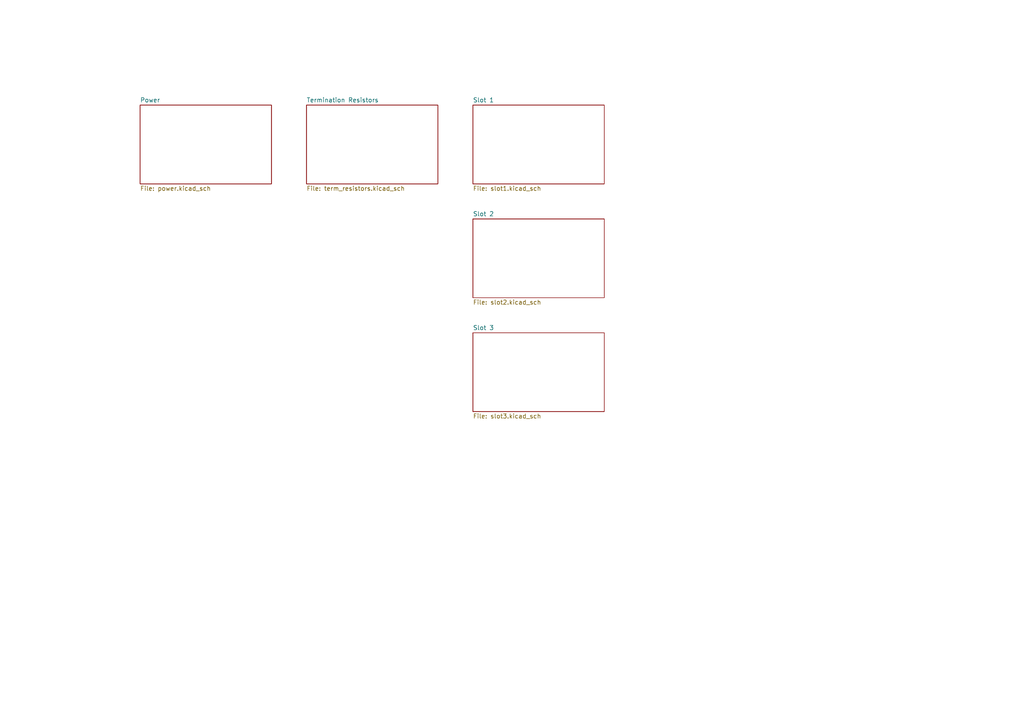
<source format=kicad_sch>
(kicad_sch (version 20211123) (generator eeschema)
  (paper "A4")
  (title_block (title "3 SLOT ACTIVE/PASSIVE TERMINATION VMEBUS BACKPLANE") (date "2024-01-03") (rev "1") (company "TOM STOREY") (comment 1 "FREE FOR NON-COMMERCIAL USE"))
  (lib_symbols)
  (sheet (at 40.64 30.48) (size 38.1 22.86) (stroke (width 0.1524))
    (property "Sheet name" "Power" (at 40.64 29.7684 0) (effects (justify left bottom)))
    (property "Sheet file" "power.kicad_sch" (at 40.64 53.9246 0) (effects (justify left top)))
  )
  (sheet (at 137.16 63.5) (size 38.1 22.86) (stroke (width 0.1524))
    (property "Sheet name" "Slot 2" (at 137.16 62.7884 0) (effects (justify left bottom)))
    (property "Sheet file" "slot2.kicad_sch" (at 137.16 86.9446 0) (effects (justify left top)))
  )
  (sheet (at 88.9 30.48) (size 38.1 22.86) (stroke (width 0.1524))
    (property "Sheet name" "Termination Resistors" (at 88.9 29.7684 0) (effects (justify left bottom)))
    (property "Sheet file" "term_resistors.kicad_sch" (at 88.9 53.9246 0) (effects (justify left top)))
  )
  (sheet (at 137.16 96.52) (size 38.1 22.86) (stroke (width 0.1524))
    (property "Sheet name" "Slot 3" (at 137.16 95.8084 0) (effects (justify left bottom)))
    (property "Sheet file" "slot3.kicad_sch" (at 137.16 119.9646 0) (effects (justify left top)))
  )
  (sheet (at 137.16 30.48) (size 38.1 22.86) (stroke (width 0.1524))
    (property "Sheet name" "Slot 1" (at 137.16 29.7684 0) (effects (justify left bottom)))
    (property "Sheet file" "slot1.kicad_sch" (at 137.16 53.9246 0) (effects (justify left top)))
  )
)
</source>
